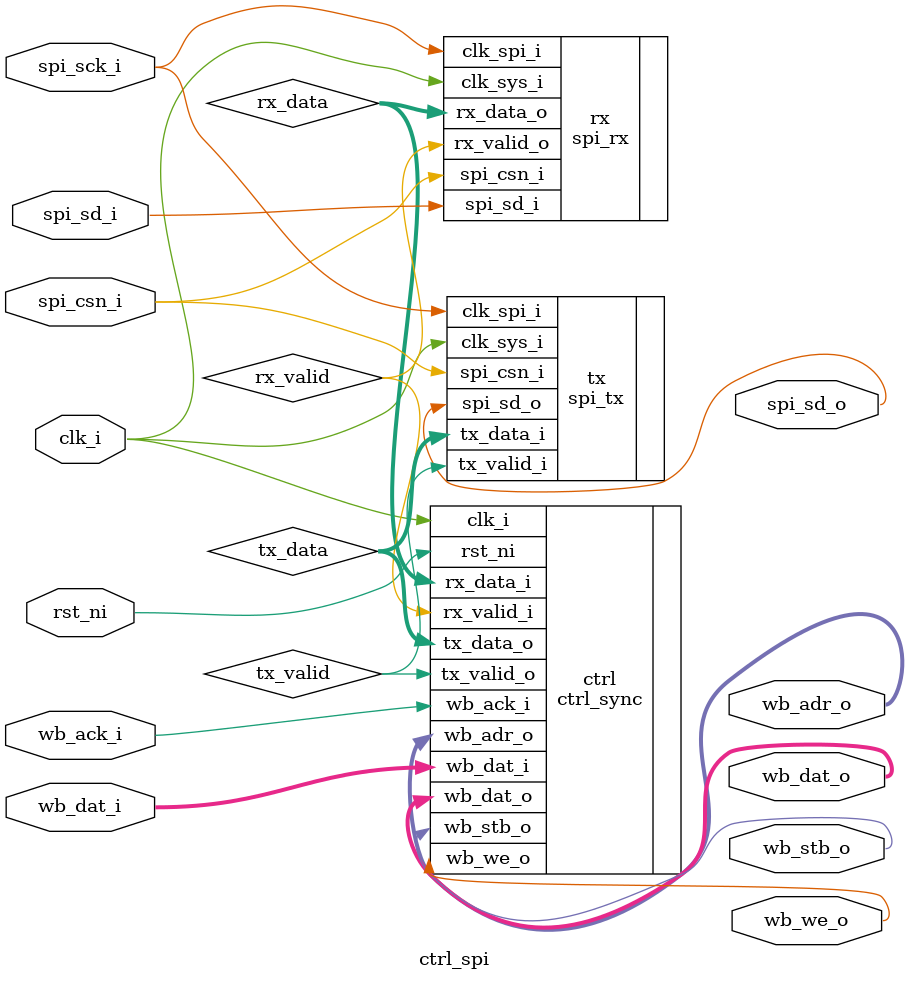
<source format=sv>
`default_nettype none
module ctrl_spi (
  input clk_i,
  input rst_ni,

  // wishbone b4 controller
  output wb_we_o,
  output [3:0] wb_adr_o,
  output [7:0] wb_dat_o,
  output wb_stb_o,
  input [7:0] wb_dat_i,
  input wb_ack_i,

  // spi peripheral
  input spi_sck_i,
  input spi_csn_i,
  input spi_sd_i,
  output spi_sd_o
);
  logic unused;

  logic [7:0] rx_data;
  logic rx_valid;

  spi_rx rx (
    .clk_sys_i(clk_i), .clk_spi_i(spi_sck_i),
    .spi_csn_i, .spi_sd_i,
    .rx_valid_o(rx_valid), .rx_data_o(rx_data)
  );

  logic [7:0] tx_data;
  logic tx_valid;

  spi_tx tx (
    .clk_sys_i(clk_i), .clk_spi_i(spi_sck_i),
    .spi_csn_i, .spi_sd_o,
    .tx_valid_i(tx_valid), .tx_data_i(tx_data)
  );

  ctrl_sync ctrl (
    .clk_i, .rst_ni,
    .wb_dat_i, .wb_ack_i, .wb_we_o, .wb_adr_o, .wb_dat_o, .wb_stb_o,
    .rx_valid_i(rx_valid), .rx_data_i(rx_data),
    .tx_valid_o(tx_valid), .tx_data_o(tx_data)
  );

endmodule

</source>
